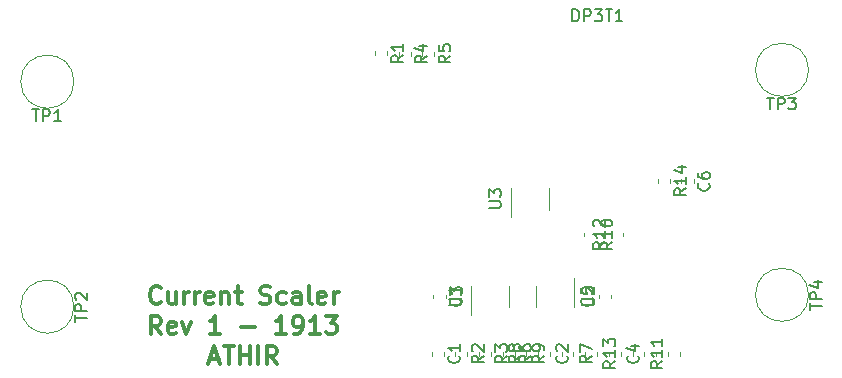
<source format=gto>
G04 #@! TF.GenerationSoftware,KiCad,Pcbnew,(5.0.0)*
G04 #@! TF.CreationDate,2019-03-27T19:33:42+01:00*
G04 #@! TF.ProjectId,currentscaler,63757272656E747363616C65722E6B69,rev?*
G04 #@! TF.SameCoordinates,Original*
G04 #@! TF.FileFunction,Legend,Top*
G04 #@! TF.FilePolarity,Positive*
%FSLAX46Y46*%
G04 Gerber Fmt 4.6, Leading zero omitted, Abs format (unit mm)*
G04 Created by KiCad (PCBNEW (5.0.0)) date 03/27/19 19:33:42*
%MOMM*%
%LPD*%
G01*
G04 APERTURE LIST*
%ADD10C,0.300000*%
%ADD11C,0.120000*%
%ADD12C,0.150000*%
G04 APERTURE END LIST*
D10*
X114400000Y-118485714D02*
X114328571Y-118557142D01*
X114114285Y-118628571D01*
X113971428Y-118628571D01*
X113757142Y-118557142D01*
X113614285Y-118414285D01*
X113542857Y-118271428D01*
X113471428Y-117985714D01*
X113471428Y-117771428D01*
X113542857Y-117485714D01*
X113614285Y-117342857D01*
X113757142Y-117200000D01*
X113971428Y-117128571D01*
X114114285Y-117128571D01*
X114328571Y-117200000D01*
X114400000Y-117271428D01*
X115685714Y-117628571D02*
X115685714Y-118628571D01*
X115042857Y-117628571D02*
X115042857Y-118414285D01*
X115114285Y-118557142D01*
X115257142Y-118628571D01*
X115471428Y-118628571D01*
X115614285Y-118557142D01*
X115685714Y-118485714D01*
X116400000Y-118628571D02*
X116400000Y-117628571D01*
X116400000Y-117914285D02*
X116471428Y-117771428D01*
X116542857Y-117700000D01*
X116685714Y-117628571D01*
X116828571Y-117628571D01*
X117328571Y-118628571D02*
X117328571Y-117628571D01*
X117328571Y-117914285D02*
X117400000Y-117771428D01*
X117471428Y-117700000D01*
X117614285Y-117628571D01*
X117757142Y-117628571D01*
X118828571Y-118557142D02*
X118685714Y-118628571D01*
X118400000Y-118628571D01*
X118257142Y-118557142D01*
X118185714Y-118414285D01*
X118185714Y-117842857D01*
X118257142Y-117700000D01*
X118400000Y-117628571D01*
X118685714Y-117628571D01*
X118828571Y-117700000D01*
X118900000Y-117842857D01*
X118900000Y-117985714D01*
X118185714Y-118128571D01*
X119542857Y-117628571D02*
X119542857Y-118628571D01*
X119542857Y-117771428D02*
X119614285Y-117700000D01*
X119757142Y-117628571D01*
X119971428Y-117628571D01*
X120114285Y-117700000D01*
X120185714Y-117842857D01*
X120185714Y-118628571D01*
X120685714Y-117628571D02*
X121257142Y-117628571D01*
X120900000Y-117128571D02*
X120900000Y-118414285D01*
X120971428Y-118557142D01*
X121114285Y-118628571D01*
X121257142Y-118628571D01*
X122828571Y-118557142D02*
X123042857Y-118628571D01*
X123400000Y-118628571D01*
X123542857Y-118557142D01*
X123614285Y-118485714D01*
X123685714Y-118342857D01*
X123685714Y-118200000D01*
X123614285Y-118057142D01*
X123542857Y-117985714D01*
X123400000Y-117914285D01*
X123114285Y-117842857D01*
X122971428Y-117771428D01*
X122900000Y-117700000D01*
X122828571Y-117557142D01*
X122828571Y-117414285D01*
X122900000Y-117271428D01*
X122971428Y-117200000D01*
X123114285Y-117128571D01*
X123471428Y-117128571D01*
X123685714Y-117200000D01*
X124971428Y-118557142D02*
X124828571Y-118628571D01*
X124542857Y-118628571D01*
X124400000Y-118557142D01*
X124328571Y-118485714D01*
X124257142Y-118342857D01*
X124257142Y-117914285D01*
X124328571Y-117771428D01*
X124400000Y-117700000D01*
X124542857Y-117628571D01*
X124828571Y-117628571D01*
X124971428Y-117700000D01*
X126257142Y-118628571D02*
X126257142Y-117842857D01*
X126185714Y-117700000D01*
X126042857Y-117628571D01*
X125757142Y-117628571D01*
X125614285Y-117700000D01*
X126257142Y-118557142D02*
X126114285Y-118628571D01*
X125757142Y-118628571D01*
X125614285Y-118557142D01*
X125542857Y-118414285D01*
X125542857Y-118271428D01*
X125614285Y-118128571D01*
X125757142Y-118057142D01*
X126114285Y-118057142D01*
X126257142Y-117985714D01*
X127185714Y-118628571D02*
X127042857Y-118557142D01*
X126971428Y-118414285D01*
X126971428Y-117128571D01*
X128328571Y-118557142D02*
X128185714Y-118628571D01*
X127900000Y-118628571D01*
X127757142Y-118557142D01*
X127685714Y-118414285D01*
X127685714Y-117842857D01*
X127757142Y-117700000D01*
X127900000Y-117628571D01*
X128185714Y-117628571D01*
X128328571Y-117700000D01*
X128400000Y-117842857D01*
X128400000Y-117985714D01*
X127685714Y-118128571D01*
X129042857Y-118628571D02*
X129042857Y-117628571D01*
X129042857Y-117914285D02*
X129114285Y-117771428D01*
X129185714Y-117700000D01*
X129328571Y-117628571D01*
X129471428Y-117628571D01*
X114435714Y-121178571D02*
X113935714Y-120464285D01*
X113578571Y-121178571D02*
X113578571Y-119678571D01*
X114150000Y-119678571D01*
X114292857Y-119750000D01*
X114364285Y-119821428D01*
X114435714Y-119964285D01*
X114435714Y-120178571D01*
X114364285Y-120321428D01*
X114292857Y-120392857D01*
X114150000Y-120464285D01*
X113578571Y-120464285D01*
X115650000Y-121107142D02*
X115507142Y-121178571D01*
X115221428Y-121178571D01*
X115078571Y-121107142D01*
X115007142Y-120964285D01*
X115007142Y-120392857D01*
X115078571Y-120250000D01*
X115221428Y-120178571D01*
X115507142Y-120178571D01*
X115650000Y-120250000D01*
X115721428Y-120392857D01*
X115721428Y-120535714D01*
X115007142Y-120678571D01*
X116221428Y-120178571D02*
X116578571Y-121178571D01*
X116935714Y-120178571D01*
X119435714Y-121178571D02*
X118578571Y-121178571D01*
X119007142Y-121178571D02*
X119007142Y-119678571D01*
X118864285Y-119892857D01*
X118721428Y-120035714D01*
X118578571Y-120107142D01*
X121221428Y-120607142D02*
X122364285Y-120607142D01*
X125007142Y-121178571D02*
X124150000Y-121178571D01*
X124578571Y-121178571D02*
X124578571Y-119678571D01*
X124435714Y-119892857D01*
X124292857Y-120035714D01*
X124150000Y-120107142D01*
X125721428Y-121178571D02*
X126007142Y-121178571D01*
X126150000Y-121107142D01*
X126221428Y-121035714D01*
X126364285Y-120821428D01*
X126435714Y-120535714D01*
X126435714Y-119964285D01*
X126364285Y-119821428D01*
X126292857Y-119750000D01*
X126150000Y-119678571D01*
X125864285Y-119678571D01*
X125721428Y-119750000D01*
X125650000Y-119821428D01*
X125578571Y-119964285D01*
X125578571Y-120321428D01*
X125650000Y-120464285D01*
X125721428Y-120535714D01*
X125864285Y-120607142D01*
X126150000Y-120607142D01*
X126292857Y-120535714D01*
X126364285Y-120464285D01*
X126435714Y-120321428D01*
X127864285Y-121178571D02*
X127007142Y-121178571D01*
X127435714Y-121178571D02*
X127435714Y-119678571D01*
X127292857Y-119892857D01*
X127150000Y-120035714D01*
X127007142Y-120107142D01*
X128364285Y-119678571D02*
X129292857Y-119678571D01*
X128792857Y-120250000D01*
X129007142Y-120250000D01*
X129150000Y-120321428D01*
X129221428Y-120392857D01*
X129292857Y-120535714D01*
X129292857Y-120892857D01*
X129221428Y-121035714D01*
X129150000Y-121107142D01*
X129007142Y-121178571D01*
X128578571Y-121178571D01*
X128435714Y-121107142D01*
X128364285Y-121035714D01*
X118578571Y-123300000D02*
X119292857Y-123300000D01*
X118435714Y-123728571D02*
X118935714Y-122228571D01*
X119435714Y-123728571D01*
X119721428Y-122228571D02*
X120578571Y-122228571D01*
X120150000Y-123728571D02*
X120150000Y-122228571D01*
X121078571Y-123728571D02*
X121078571Y-122228571D01*
X121078571Y-122942857D02*
X121935714Y-122942857D01*
X121935714Y-123728571D02*
X121935714Y-122228571D01*
X122650000Y-123728571D02*
X122650000Y-122228571D01*
X124221428Y-123728571D02*
X123721428Y-123014285D01*
X123364285Y-123728571D02*
X123364285Y-122228571D01*
X123935714Y-122228571D01*
X124078571Y-122300000D01*
X124150000Y-122371428D01*
X124221428Y-122514285D01*
X124221428Y-122728571D01*
X124150000Y-122871428D01*
X124078571Y-122942857D01*
X123935714Y-123014285D01*
X123364285Y-123014285D01*
D11*
G04 #@! TO.C,C2*
X149340000Y-123000279D02*
X149340000Y-122674721D01*
X150360000Y-123000279D02*
X150360000Y-122674721D01*
G04 #@! TO.C,U1*
X143860000Y-118900000D02*
X143860000Y-117100000D01*
X140640000Y-117100000D02*
X140640000Y-119550000D01*
G04 #@! TO.C,U2*
X149360000Y-118900000D02*
X149360000Y-116450000D01*
X146140000Y-117100000D02*
X146140000Y-118900000D01*
G04 #@! TO.C,U3*
X147260000Y-110650000D02*
X147260000Y-108850000D01*
X144040000Y-108850000D02*
X144040000Y-111300000D01*
G04 #@! TO.C,R9*
X147340000Y-123012779D02*
X147340000Y-122687221D01*
X148360000Y-123012779D02*
X148360000Y-122687221D01*
G04 #@! TO.C,R6*
X143340000Y-122687221D02*
X143340000Y-123012779D01*
X144360000Y-122687221D02*
X144360000Y-123012779D01*
G04 #@! TO.C,TP3*
X169250000Y-98810000D02*
G75*
G03X169250000Y-98810000I-2250000J0D01*
G01*
G04 #@! TO.C,TP4*
X169250000Y-117860000D02*
G75*
G03X169250000Y-117860000I-2250000J0D01*
G01*
G04 #@! TO.C,TP1*
X107050000Y-99810000D02*
G75*
G03X107050000Y-99810000I-2250000J0D01*
G01*
G04 #@! TO.C,TP2*
X107050000Y-118860000D02*
G75*
G03X107050000Y-118860000I-2250000J0D01*
G01*
G04 #@! TO.C,R10*
X151260000Y-112587221D02*
X151260000Y-112912779D01*
X150240000Y-112587221D02*
X150240000Y-112912779D01*
G04 #@! TO.C,R4*
X134540000Y-97287221D02*
X134540000Y-97612779D01*
X135560000Y-97287221D02*
X135560000Y-97612779D01*
G04 #@! TO.C,R7*
X151340000Y-123012779D02*
X151340000Y-122687221D01*
X152360000Y-123012779D02*
X152360000Y-122687221D01*
G04 #@! TO.C,R8*
X146360000Y-123012779D02*
X146360000Y-122687221D01*
X145340000Y-123012779D02*
X145340000Y-122687221D01*
G04 #@! TO.C,R5*
X137560000Y-97287221D02*
X137560000Y-97612779D01*
X136540000Y-97287221D02*
X136540000Y-97612779D01*
G04 #@! TO.C,R14*
X156490000Y-108049721D02*
X156490000Y-108375279D01*
X157510000Y-108049721D02*
X157510000Y-108375279D01*
G04 #@! TO.C,R13*
X153340000Y-123012779D02*
X153340000Y-122687221D01*
X154360000Y-123012779D02*
X154360000Y-122687221D01*
G04 #@! TO.C,R3*
X141340000Y-122687221D02*
X141340000Y-123012779D01*
X142360000Y-122687221D02*
X142360000Y-123012779D01*
G04 #@! TO.C,R2*
X139340000Y-122687221D02*
X139340000Y-123012779D01*
X140360000Y-122687221D02*
X140360000Y-123012779D01*
G04 #@! TO.C,R1*
X133560000Y-97247221D02*
X133560000Y-97572779D01*
X132540000Y-97247221D02*
X132540000Y-97572779D01*
G04 #@! TO.C,R12*
X152490000Y-112912779D02*
X152490000Y-112587221D01*
X153510000Y-112912779D02*
X153510000Y-112587221D01*
G04 #@! TO.C,C6*
X158490000Y-108087221D02*
X158490000Y-108412779D01*
X159510000Y-108087221D02*
X159510000Y-108412779D01*
G04 #@! TO.C,R11*
X158360000Y-123012779D02*
X158360000Y-122687221D01*
X157340000Y-123012779D02*
X157340000Y-122687221D01*
G04 #@! TO.C,C5*
X151490000Y-118162779D02*
X151490000Y-117837221D01*
X152510000Y-118162779D02*
X152510000Y-117837221D01*
G04 #@! TO.C,C4*
X156360000Y-123012779D02*
X156360000Y-122687221D01*
X155340000Y-123012779D02*
X155340000Y-122687221D01*
G04 #@! TO.C,C3*
X138510000Y-117837221D02*
X138510000Y-118162779D01*
X137490000Y-117837221D02*
X137490000Y-118162779D01*
G04 #@! TO.C,C1*
X137340000Y-122674721D02*
X137340000Y-123000279D01*
X138360000Y-122674721D02*
X138360000Y-123000279D01*
G04 #@! TO.C,C2*
D12*
X148777142Y-123004166D02*
X148824761Y-123051785D01*
X148872380Y-123194642D01*
X148872380Y-123289880D01*
X148824761Y-123432738D01*
X148729523Y-123527976D01*
X148634285Y-123575595D01*
X148443809Y-123623214D01*
X148300952Y-123623214D01*
X148110476Y-123575595D01*
X148015238Y-123527976D01*
X147920000Y-123432738D01*
X147872380Y-123289880D01*
X147872380Y-123194642D01*
X147920000Y-123051785D01*
X147967619Y-123004166D01*
X147967619Y-122623214D02*
X147920000Y-122575595D01*
X147872380Y-122480357D01*
X147872380Y-122242261D01*
X147920000Y-122147023D01*
X147967619Y-122099404D01*
X148062857Y-122051785D01*
X148158095Y-122051785D01*
X148300952Y-122099404D01*
X148872380Y-122670833D01*
X148872380Y-122051785D01*
G04 #@! TO.C,U1*
X138802380Y-118761904D02*
X139611904Y-118761904D01*
X139707142Y-118714285D01*
X139754761Y-118666666D01*
X139802380Y-118571428D01*
X139802380Y-118380952D01*
X139754761Y-118285714D01*
X139707142Y-118238095D01*
X139611904Y-118190476D01*
X138802380Y-118190476D01*
X139802380Y-117190476D02*
X139802380Y-117761904D01*
X139802380Y-117476190D02*
X138802380Y-117476190D01*
X138945238Y-117571428D01*
X139040476Y-117666666D01*
X139088095Y-117761904D01*
G04 #@! TO.C,U2*
X150102380Y-118761904D02*
X150911904Y-118761904D01*
X151007142Y-118714285D01*
X151054761Y-118666666D01*
X151102380Y-118571428D01*
X151102380Y-118380952D01*
X151054761Y-118285714D01*
X151007142Y-118238095D01*
X150911904Y-118190476D01*
X150102380Y-118190476D01*
X150197619Y-117761904D02*
X150150000Y-117714285D01*
X150102380Y-117619047D01*
X150102380Y-117380952D01*
X150150000Y-117285714D01*
X150197619Y-117238095D01*
X150292857Y-117190476D01*
X150388095Y-117190476D01*
X150530952Y-117238095D01*
X151102380Y-117809523D01*
X151102380Y-117190476D01*
G04 #@! TO.C,U3*
X142202380Y-110511904D02*
X143011904Y-110511904D01*
X143107142Y-110464285D01*
X143154761Y-110416666D01*
X143202380Y-110321428D01*
X143202380Y-110130952D01*
X143154761Y-110035714D01*
X143107142Y-109988095D01*
X143011904Y-109940476D01*
X142202380Y-109940476D01*
X142202380Y-109559523D02*
X142202380Y-108940476D01*
X142583333Y-109273809D01*
X142583333Y-109130952D01*
X142630952Y-109035714D01*
X142678571Y-108988095D01*
X142773809Y-108940476D01*
X143011904Y-108940476D01*
X143107142Y-108988095D01*
X143154761Y-109035714D01*
X143202380Y-109130952D01*
X143202380Y-109416666D01*
X143154761Y-109511904D01*
X143107142Y-109559523D01*
G04 #@! TO.C,DP3T1*
X149254761Y-94702380D02*
X149254761Y-93702380D01*
X149492857Y-93702380D01*
X149635714Y-93750000D01*
X149730952Y-93845238D01*
X149778571Y-93940476D01*
X149826190Y-94130952D01*
X149826190Y-94273809D01*
X149778571Y-94464285D01*
X149730952Y-94559523D01*
X149635714Y-94654761D01*
X149492857Y-94702380D01*
X149254761Y-94702380D01*
X150254761Y-94702380D02*
X150254761Y-93702380D01*
X150635714Y-93702380D01*
X150730952Y-93750000D01*
X150778571Y-93797619D01*
X150826190Y-93892857D01*
X150826190Y-94035714D01*
X150778571Y-94130952D01*
X150730952Y-94178571D01*
X150635714Y-94226190D01*
X150254761Y-94226190D01*
X151159523Y-93702380D02*
X151778571Y-93702380D01*
X151445238Y-94083333D01*
X151588095Y-94083333D01*
X151683333Y-94130952D01*
X151730952Y-94178571D01*
X151778571Y-94273809D01*
X151778571Y-94511904D01*
X151730952Y-94607142D01*
X151683333Y-94654761D01*
X151588095Y-94702380D01*
X151302380Y-94702380D01*
X151207142Y-94654761D01*
X151159523Y-94607142D01*
X152064285Y-93702380D02*
X152635714Y-93702380D01*
X152350000Y-94702380D02*
X152350000Y-93702380D01*
X153492857Y-94702380D02*
X152921428Y-94702380D01*
X153207142Y-94702380D02*
X153207142Y-93702380D01*
X153111904Y-93845238D01*
X153016666Y-93940476D01*
X152921428Y-93988095D01*
G04 #@! TO.C,R9*
X146872380Y-123016666D02*
X146396190Y-123350000D01*
X146872380Y-123588095D02*
X145872380Y-123588095D01*
X145872380Y-123207142D01*
X145920000Y-123111904D01*
X145967619Y-123064285D01*
X146062857Y-123016666D01*
X146205714Y-123016666D01*
X146300952Y-123064285D01*
X146348571Y-123111904D01*
X146396190Y-123207142D01*
X146396190Y-123588095D01*
X146872380Y-122540476D02*
X146872380Y-122350000D01*
X146824761Y-122254761D01*
X146777142Y-122207142D01*
X146634285Y-122111904D01*
X146443809Y-122064285D01*
X146062857Y-122064285D01*
X145967619Y-122111904D01*
X145920000Y-122159523D01*
X145872380Y-122254761D01*
X145872380Y-122445238D01*
X145920000Y-122540476D01*
X145967619Y-122588095D01*
X146062857Y-122635714D01*
X146300952Y-122635714D01*
X146396190Y-122588095D01*
X146443809Y-122540476D01*
X146491428Y-122445238D01*
X146491428Y-122254761D01*
X146443809Y-122159523D01*
X146396190Y-122111904D01*
X146300952Y-122064285D01*
G04 #@! TO.C,R6*
X145732380Y-123016666D02*
X145256190Y-123350000D01*
X145732380Y-123588095D02*
X144732380Y-123588095D01*
X144732380Y-123207142D01*
X144780000Y-123111904D01*
X144827619Y-123064285D01*
X144922857Y-123016666D01*
X145065714Y-123016666D01*
X145160952Y-123064285D01*
X145208571Y-123111904D01*
X145256190Y-123207142D01*
X145256190Y-123588095D01*
X144732380Y-122159523D02*
X144732380Y-122350000D01*
X144780000Y-122445238D01*
X144827619Y-122492857D01*
X144970476Y-122588095D01*
X145160952Y-122635714D01*
X145541904Y-122635714D01*
X145637142Y-122588095D01*
X145684761Y-122540476D01*
X145732380Y-122445238D01*
X145732380Y-122254761D01*
X145684761Y-122159523D01*
X145637142Y-122111904D01*
X145541904Y-122064285D01*
X145303809Y-122064285D01*
X145208571Y-122111904D01*
X145160952Y-122159523D01*
X145113333Y-122254761D01*
X145113333Y-122445238D01*
X145160952Y-122540476D01*
X145208571Y-122588095D01*
X145303809Y-122635714D01*
G04 #@! TO.C,TP3*
X165738095Y-101160380D02*
X166309523Y-101160380D01*
X166023809Y-102160380D02*
X166023809Y-101160380D01*
X166642857Y-102160380D02*
X166642857Y-101160380D01*
X167023809Y-101160380D01*
X167119047Y-101208000D01*
X167166666Y-101255619D01*
X167214285Y-101350857D01*
X167214285Y-101493714D01*
X167166666Y-101588952D01*
X167119047Y-101636571D01*
X167023809Y-101684190D01*
X166642857Y-101684190D01*
X167547619Y-101160380D02*
X168166666Y-101160380D01*
X167833333Y-101541333D01*
X167976190Y-101541333D01*
X168071428Y-101588952D01*
X168119047Y-101636571D01*
X168166666Y-101731809D01*
X168166666Y-101969904D01*
X168119047Y-102065142D01*
X168071428Y-102112761D01*
X167976190Y-102160380D01*
X167690476Y-102160380D01*
X167595238Y-102112761D01*
X167547619Y-102065142D01*
G04 #@! TO.C,TP4*
X169350380Y-119121904D02*
X169350380Y-118550476D01*
X170350380Y-118836190D02*
X169350380Y-118836190D01*
X170350380Y-118217142D02*
X169350380Y-118217142D01*
X169350380Y-117836190D01*
X169398000Y-117740952D01*
X169445619Y-117693333D01*
X169540857Y-117645714D01*
X169683714Y-117645714D01*
X169778952Y-117693333D01*
X169826571Y-117740952D01*
X169874190Y-117836190D01*
X169874190Y-118217142D01*
X169683714Y-116788571D02*
X170350380Y-116788571D01*
X169302761Y-117026666D02*
X170017047Y-117264761D01*
X170017047Y-116645714D01*
G04 #@! TO.C,TP1*
X103538095Y-102160380D02*
X104109523Y-102160380D01*
X103823809Y-103160380D02*
X103823809Y-102160380D01*
X104442857Y-103160380D02*
X104442857Y-102160380D01*
X104823809Y-102160380D01*
X104919047Y-102208000D01*
X104966666Y-102255619D01*
X105014285Y-102350857D01*
X105014285Y-102493714D01*
X104966666Y-102588952D01*
X104919047Y-102636571D01*
X104823809Y-102684190D01*
X104442857Y-102684190D01*
X105966666Y-103160380D02*
X105395238Y-103160380D01*
X105680952Y-103160380D02*
X105680952Y-102160380D01*
X105585714Y-102303238D01*
X105490476Y-102398476D01*
X105395238Y-102446095D01*
G04 #@! TO.C,TP2*
X107150380Y-120121904D02*
X107150380Y-119550476D01*
X108150380Y-119836190D02*
X107150380Y-119836190D01*
X108150380Y-119217142D02*
X107150380Y-119217142D01*
X107150380Y-118836190D01*
X107198000Y-118740952D01*
X107245619Y-118693333D01*
X107340857Y-118645714D01*
X107483714Y-118645714D01*
X107578952Y-118693333D01*
X107626571Y-118740952D01*
X107674190Y-118836190D01*
X107674190Y-119217142D01*
X107245619Y-118264761D02*
X107198000Y-118217142D01*
X107150380Y-118121904D01*
X107150380Y-117883809D01*
X107198000Y-117788571D01*
X107245619Y-117740952D01*
X107340857Y-117693333D01*
X107436095Y-117693333D01*
X107578952Y-117740952D01*
X108150380Y-118312380D01*
X108150380Y-117693333D01*
G04 #@! TO.C,R10*
X152632380Y-113392857D02*
X152156190Y-113726190D01*
X152632380Y-113964285D02*
X151632380Y-113964285D01*
X151632380Y-113583333D01*
X151680000Y-113488095D01*
X151727619Y-113440476D01*
X151822857Y-113392857D01*
X151965714Y-113392857D01*
X152060952Y-113440476D01*
X152108571Y-113488095D01*
X152156190Y-113583333D01*
X152156190Y-113964285D01*
X152632380Y-112440476D02*
X152632380Y-113011904D01*
X152632380Y-112726190D02*
X151632380Y-112726190D01*
X151775238Y-112821428D01*
X151870476Y-112916666D01*
X151918095Y-113011904D01*
X151632380Y-111821428D02*
X151632380Y-111726190D01*
X151680000Y-111630952D01*
X151727619Y-111583333D01*
X151822857Y-111535714D01*
X152013333Y-111488095D01*
X152251428Y-111488095D01*
X152441904Y-111535714D01*
X152537142Y-111583333D01*
X152584761Y-111630952D01*
X152632380Y-111726190D01*
X152632380Y-111821428D01*
X152584761Y-111916666D01*
X152537142Y-111964285D01*
X152441904Y-112011904D01*
X152251428Y-112059523D01*
X152013333Y-112059523D01*
X151822857Y-112011904D01*
X151727619Y-111964285D01*
X151680000Y-111916666D01*
X151632380Y-111821428D01*
G04 #@! TO.C,R4*
X136932380Y-97616666D02*
X136456190Y-97950000D01*
X136932380Y-98188095D02*
X135932380Y-98188095D01*
X135932380Y-97807142D01*
X135980000Y-97711904D01*
X136027619Y-97664285D01*
X136122857Y-97616666D01*
X136265714Y-97616666D01*
X136360952Y-97664285D01*
X136408571Y-97711904D01*
X136456190Y-97807142D01*
X136456190Y-98188095D01*
X136265714Y-96759523D02*
X136932380Y-96759523D01*
X135884761Y-96997619D02*
X136599047Y-97235714D01*
X136599047Y-96616666D01*
G04 #@! TO.C,R7*
X150872380Y-123016666D02*
X150396190Y-123350000D01*
X150872380Y-123588095D02*
X149872380Y-123588095D01*
X149872380Y-123207142D01*
X149920000Y-123111904D01*
X149967619Y-123064285D01*
X150062857Y-123016666D01*
X150205714Y-123016666D01*
X150300952Y-123064285D01*
X150348571Y-123111904D01*
X150396190Y-123207142D01*
X150396190Y-123588095D01*
X149872380Y-122683333D02*
X149872380Y-122016666D01*
X150872380Y-122445238D01*
G04 #@! TO.C,R8*
X144872380Y-123016666D02*
X144396190Y-123350000D01*
X144872380Y-123588095D02*
X143872380Y-123588095D01*
X143872380Y-123207142D01*
X143920000Y-123111904D01*
X143967619Y-123064285D01*
X144062857Y-123016666D01*
X144205714Y-123016666D01*
X144300952Y-123064285D01*
X144348571Y-123111904D01*
X144396190Y-123207142D01*
X144396190Y-123588095D01*
X144300952Y-122445238D02*
X144253333Y-122540476D01*
X144205714Y-122588095D01*
X144110476Y-122635714D01*
X144062857Y-122635714D01*
X143967619Y-122588095D01*
X143920000Y-122540476D01*
X143872380Y-122445238D01*
X143872380Y-122254761D01*
X143920000Y-122159523D01*
X143967619Y-122111904D01*
X144062857Y-122064285D01*
X144110476Y-122064285D01*
X144205714Y-122111904D01*
X144253333Y-122159523D01*
X144300952Y-122254761D01*
X144300952Y-122445238D01*
X144348571Y-122540476D01*
X144396190Y-122588095D01*
X144491428Y-122635714D01*
X144681904Y-122635714D01*
X144777142Y-122588095D01*
X144824761Y-122540476D01*
X144872380Y-122445238D01*
X144872380Y-122254761D01*
X144824761Y-122159523D01*
X144777142Y-122111904D01*
X144681904Y-122064285D01*
X144491428Y-122064285D01*
X144396190Y-122111904D01*
X144348571Y-122159523D01*
X144300952Y-122254761D01*
G04 #@! TO.C,R5*
X138932380Y-97616666D02*
X138456190Y-97950000D01*
X138932380Y-98188095D02*
X137932380Y-98188095D01*
X137932380Y-97807142D01*
X137980000Y-97711904D01*
X138027619Y-97664285D01*
X138122857Y-97616666D01*
X138265714Y-97616666D01*
X138360952Y-97664285D01*
X138408571Y-97711904D01*
X138456190Y-97807142D01*
X138456190Y-98188095D01*
X137932380Y-96711904D02*
X137932380Y-97188095D01*
X138408571Y-97235714D01*
X138360952Y-97188095D01*
X138313333Y-97092857D01*
X138313333Y-96854761D01*
X138360952Y-96759523D01*
X138408571Y-96711904D01*
X138503809Y-96664285D01*
X138741904Y-96664285D01*
X138837142Y-96711904D01*
X138884761Y-96759523D01*
X138932380Y-96854761D01*
X138932380Y-97092857D01*
X138884761Y-97188095D01*
X138837142Y-97235714D01*
G04 #@! TO.C,R14*
X158882380Y-108855357D02*
X158406190Y-109188690D01*
X158882380Y-109426785D02*
X157882380Y-109426785D01*
X157882380Y-109045833D01*
X157930000Y-108950595D01*
X157977619Y-108902976D01*
X158072857Y-108855357D01*
X158215714Y-108855357D01*
X158310952Y-108902976D01*
X158358571Y-108950595D01*
X158406190Y-109045833D01*
X158406190Y-109426785D01*
X158882380Y-107902976D02*
X158882380Y-108474404D01*
X158882380Y-108188690D02*
X157882380Y-108188690D01*
X158025238Y-108283928D01*
X158120476Y-108379166D01*
X158168095Y-108474404D01*
X158215714Y-107045833D02*
X158882380Y-107045833D01*
X157834761Y-107283928D02*
X158549047Y-107522023D01*
X158549047Y-106902976D01*
G04 #@! TO.C,R13*
X152872380Y-123492857D02*
X152396190Y-123826190D01*
X152872380Y-124064285D02*
X151872380Y-124064285D01*
X151872380Y-123683333D01*
X151920000Y-123588095D01*
X151967619Y-123540476D01*
X152062857Y-123492857D01*
X152205714Y-123492857D01*
X152300952Y-123540476D01*
X152348571Y-123588095D01*
X152396190Y-123683333D01*
X152396190Y-124064285D01*
X152872380Y-122540476D02*
X152872380Y-123111904D01*
X152872380Y-122826190D02*
X151872380Y-122826190D01*
X152015238Y-122921428D01*
X152110476Y-123016666D01*
X152158095Y-123111904D01*
X151872380Y-122207142D02*
X151872380Y-121588095D01*
X152253333Y-121921428D01*
X152253333Y-121778571D01*
X152300952Y-121683333D01*
X152348571Y-121635714D01*
X152443809Y-121588095D01*
X152681904Y-121588095D01*
X152777142Y-121635714D01*
X152824761Y-121683333D01*
X152872380Y-121778571D01*
X152872380Y-122064285D01*
X152824761Y-122159523D01*
X152777142Y-122207142D01*
G04 #@! TO.C,R3*
X143732380Y-123016666D02*
X143256190Y-123350000D01*
X143732380Y-123588095D02*
X142732380Y-123588095D01*
X142732380Y-123207142D01*
X142780000Y-123111904D01*
X142827619Y-123064285D01*
X142922857Y-123016666D01*
X143065714Y-123016666D01*
X143160952Y-123064285D01*
X143208571Y-123111904D01*
X143256190Y-123207142D01*
X143256190Y-123588095D01*
X142732380Y-122683333D02*
X142732380Y-122064285D01*
X143113333Y-122397619D01*
X143113333Y-122254761D01*
X143160952Y-122159523D01*
X143208571Y-122111904D01*
X143303809Y-122064285D01*
X143541904Y-122064285D01*
X143637142Y-122111904D01*
X143684761Y-122159523D01*
X143732380Y-122254761D01*
X143732380Y-122540476D01*
X143684761Y-122635714D01*
X143637142Y-122683333D01*
G04 #@! TO.C,R2*
X141732380Y-123016666D02*
X141256190Y-123350000D01*
X141732380Y-123588095D02*
X140732380Y-123588095D01*
X140732380Y-123207142D01*
X140780000Y-123111904D01*
X140827619Y-123064285D01*
X140922857Y-123016666D01*
X141065714Y-123016666D01*
X141160952Y-123064285D01*
X141208571Y-123111904D01*
X141256190Y-123207142D01*
X141256190Y-123588095D01*
X140827619Y-122635714D02*
X140780000Y-122588095D01*
X140732380Y-122492857D01*
X140732380Y-122254761D01*
X140780000Y-122159523D01*
X140827619Y-122111904D01*
X140922857Y-122064285D01*
X141018095Y-122064285D01*
X141160952Y-122111904D01*
X141732380Y-122683333D01*
X141732380Y-122064285D01*
G04 #@! TO.C,R1*
X134932380Y-97576666D02*
X134456190Y-97910000D01*
X134932380Y-98148095D02*
X133932380Y-98148095D01*
X133932380Y-97767142D01*
X133980000Y-97671904D01*
X134027619Y-97624285D01*
X134122857Y-97576666D01*
X134265714Y-97576666D01*
X134360952Y-97624285D01*
X134408571Y-97671904D01*
X134456190Y-97767142D01*
X134456190Y-98148095D01*
X134932380Y-96624285D02*
X134932380Y-97195714D01*
X134932380Y-96910000D02*
X133932380Y-96910000D01*
X134075238Y-97005238D01*
X134170476Y-97100476D01*
X134218095Y-97195714D01*
G04 #@! TO.C,R12*
X152022380Y-113392857D02*
X151546190Y-113726190D01*
X152022380Y-113964285D02*
X151022380Y-113964285D01*
X151022380Y-113583333D01*
X151070000Y-113488095D01*
X151117619Y-113440476D01*
X151212857Y-113392857D01*
X151355714Y-113392857D01*
X151450952Y-113440476D01*
X151498571Y-113488095D01*
X151546190Y-113583333D01*
X151546190Y-113964285D01*
X152022380Y-112440476D02*
X152022380Y-113011904D01*
X152022380Y-112726190D02*
X151022380Y-112726190D01*
X151165238Y-112821428D01*
X151260476Y-112916666D01*
X151308095Y-113011904D01*
X151117619Y-112059523D02*
X151070000Y-112011904D01*
X151022380Y-111916666D01*
X151022380Y-111678571D01*
X151070000Y-111583333D01*
X151117619Y-111535714D01*
X151212857Y-111488095D01*
X151308095Y-111488095D01*
X151450952Y-111535714D01*
X152022380Y-112107142D01*
X152022380Y-111488095D01*
G04 #@! TO.C,C6*
X160787142Y-108416666D02*
X160834761Y-108464285D01*
X160882380Y-108607142D01*
X160882380Y-108702380D01*
X160834761Y-108845238D01*
X160739523Y-108940476D01*
X160644285Y-108988095D01*
X160453809Y-109035714D01*
X160310952Y-109035714D01*
X160120476Y-108988095D01*
X160025238Y-108940476D01*
X159930000Y-108845238D01*
X159882380Y-108702380D01*
X159882380Y-108607142D01*
X159930000Y-108464285D01*
X159977619Y-108416666D01*
X159882380Y-107559523D02*
X159882380Y-107750000D01*
X159930000Y-107845238D01*
X159977619Y-107892857D01*
X160120476Y-107988095D01*
X160310952Y-108035714D01*
X160691904Y-108035714D01*
X160787142Y-107988095D01*
X160834761Y-107940476D01*
X160882380Y-107845238D01*
X160882380Y-107654761D01*
X160834761Y-107559523D01*
X160787142Y-107511904D01*
X160691904Y-107464285D01*
X160453809Y-107464285D01*
X160358571Y-107511904D01*
X160310952Y-107559523D01*
X160263333Y-107654761D01*
X160263333Y-107845238D01*
X160310952Y-107940476D01*
X160358571Y-107988095D01*
X160453809Y-108035714D01*
G04 #@! TO.C,R11*
X156872380Y-123492857D02*
X156396190Y-123826190D01*
X156872380Y-124064285D02*
X155872380Y-124064285D01*
X155872380Y-123683333D01*
X155920000Y-123588095D01*
X155967619Y-123540476D01*
X156062857Y-123492857D01*
X156205714Y-123492857D01*
X156300952Y-123540476D01*
X156348571Y-123588095D01*
X156396190Y-123683333D01*
X156396190Y-124064285D01*
X156872380Y-122540476D02*
X156872380Y-123111904D01*
X156872380Y-122826190D02*
X155872380Y-122826190D01*
X156015238Y-122921428D01*
X156110476Y-123016666D01*
X156158095Y-123111904D01*
X156872380Y-121588095D02*
X156872380Y-122159523D01*
X156872380Y-121873809D02*
X155872380Y-121873809D01*
X156015238Y-121969047D01*
X156110476Y-122064285D01*
X156158095Y-122159523D01*
G04 #@! TO.C,C5*
X150927142Y-118166666D02*
X150974761Y-118214285D01*
X151022380Y-118357142D01*
X151022380Y-118452380D01*
X150974761Y-118595238D01*
X150879523Y-118690476D01*
X150784285Y-118738095D01*
X150593809Y-118785714D01*
X150450952Y-118785714D01*
X150260476Y-118738095D01*
X150165238Y-118690476D01*
X150070000Y-118595238D01*
X150022380Y-118452380D01*
X150022380Y-118357142D01*
X150070000Y-118214285D01*
X150117619Y-118166666D01*
X150022380Y-117261904D02*
X150022380Y-117738095D01*
X150498571Y-117785714D01*
X150450952Y-117738095D01*
X150403333Y-117642857D01*
X150403333Y-117404761D01*
X150450952Y-117309523D01*
X150498571Y-117261904D01*
X150593809Y-117214285D01*
X150831904Y-117214285D01*
X150927142Y-117261904D01*
X150974761Y-117309523D01*
X151022380Y-117404761D01*
X151022380Y-117642857D01*
X150974761Y-117738095D01*
X150927142Y-117785714D01*
G04 #@! TO.C,C4*
X154777142Y-123016666D02*
X154824761Y-123064285D01*
X154872380Y-123207142D01*
X154872380Y-123302380D01*
X154824761Y-123445238D01*
X154729523Y-123540476D01*
X154634285Y-123588095D01*
X154443809Y-123635714D01*
X154300952Y-123635714D01*
X154110476Y-123588095D01*
X154015238Y-123540476D01*
X153920000Y-123445238D01*
X153872380Y-123302380D01*
X153872380Y-123207142D01*
X153920000Y-123064285D01*
X153967619Y-123016666D01*
X154205714Y-122159523D02*
X154872380Y-122159523D01*
X153824761Y-122397619D02*
X154539047Y-122635714D01*
X154539047Y-122016666D01*
G04 #@! TO.C,C3*
X139787142Y-118166666D02*
X139834761Y-118214285D01*
X139882380Y-118357142D01*
X139882380Y-118452380D01*
X139834761Y-118595238D01*
X139739523Y-118690476D01*
X139644285Y-118738095D01*
X139453809Y-118785714D01*
X139310952Y-118785714D01*
X139120476Y-118738095D01*
X139025238Y-118690476D01*
X138930000Y-118595238D01*
X138882380Y-118452380D01*
X138882380Y-118357142D01*
X138930000Y-118214285D01*
X138977619Y-118166666D01*
X138882380Y-117833333D02*
X138882380Y-117214285D01*
X139263333Y-117547619D01*
X139263333Y-117404761D01*
X139310952Y-117309523D01*
X139358571Y-117261904D01*
X139453809Y-117214285D01*
X139691904Y-117214285D01*
X139787142Y-117261904D01*
X139834761Y-117309523D01*
X139882380Y-117404761D01*
X139882380Y-117690476D01*
X139834761Y-117785714D01*
X139787142Y-117833333D01*
G04 #@! TO.C,C1*
X139637142Y-123004166D02*
X139684761Y-123051785D01*
X139732380Y-123194642D01*
X139732380Y-123289880D01*
X139684761Y-123432738D01*
X139589523Y-123527976D01*
X139494285Y-123575595D01*
X139303809Y-123623214D01*
X139160952Y-123623214D01*
X138970476Y-123575595D01*
X138875238Y-123527976D01*
X138780000Y-123432738D01*
X138732380Y-123289880D01*
X138732380Y-123194642D01*
X138780000Y-123051785D01*
X138827619Y-123004166D01*
X139732380Y-122051785D02*
X139732380Y-122623214D01*
X139732380Y-122337500D02*
X138732380Y-122337500D01*
X138875238Y-122432738D01*
X138970476Y-122527976D01*
X139018095Y-122623214D01*
G04 #@! TD*
M02*

</source>
